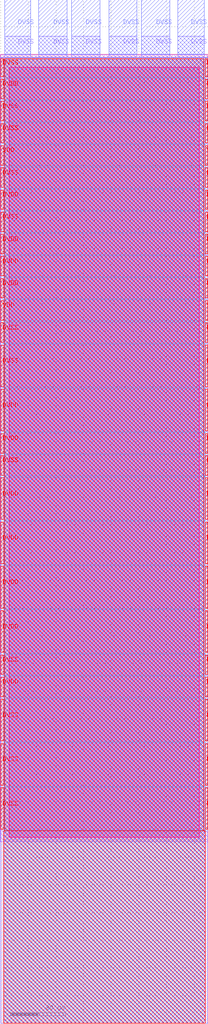
<source format=lef>
VERSION 5.7 ;
  NOWIREEXTENSIONATPIN ON ;
  DIVIDERCHAR "/" ;
  BUSBITCHARS "[]" ;
MACRO gf180mcu_fd_io__dvss_tail
  CLASS PAD POWER ;
  FOREIGN gf180mcu_fd_io__dvss_tail ;
  ORIGIN 0.000 0.000 ;
  SIZE 75.000 BY 350.000 ;
  SYMMETRY X Y R90 ;
  SITE GF_IO_Site ;
  PIN DVDD
    DIRECTION INOUT ;
    USE POWER ;
    PORT
      LAYER Metal5 ;
        RECT 74.000 118.000 75.000 125.000 ;
    END
    PORT
      LAYER Metal5 ;
        RECT 74.000 182.000 75.000 197.000 ;
    END
    PORT
      LAYER Metal5 ;
        RECT 74.000 166.000 75.000 181.000 ;
    END
    PORT
      LAYER Metal5 ;
        RECT 74.000 150.000 75.000 165.000 ;
    END
    PORT
      LAYER Metal5 ;
        RECT 74.000 134.000 75.000 149.000 ;
    END
    PORT
      LAYER Metal5 ;
        RECT 74.000 214.000 75.000 229.000 ;
    END
    PORT
      LAYER Metal5 ;
        RECT 74.000 206.000 75.000 213.000 ;
    END
    PORT
      LAYER Metal5 ;
        RECT 74.000 278.000 75.000 285.000 ;
    END
    PORT
      LAYER Metal5 ;
        RECT 74.000 270.000 75.000 277.000 ;
    END
    PORT
      LAYER Metal5 ;
        RECT 74.000 262.000 75.000 269.000 ;
    END
    PORT
      LAYER Metal5 ;
        RECT 74.000 294.000 75.000 301.000 ;
    END
    PORT
      LAYER Metal5 ;
        RECT 74.000 334.000 75.000 341.000 ;
    END
    PORT
      LAYER Metal4 ;
        RECT 74.000 118.000 75.000 125.000 ;
    END
    PORT
      LAYER Metal4 ;
        RECT 74.000 182.000 75.000 197.000 ;
    END
    PORT
      LAYER Metal4 ;
        RECT 74.000 166.000 75.000 181.000 ;
    END
    PORT
      LAYER Metal4 ;
        RECT 74.000 150.000 75.000 165.000 ;
    END
    PORT
      LAYER Metal4 ;
        RECT 74.000 134.000 75.000 149.000 ;
    END
    PORT
      LAYER Metal4 ;
        RECT 74.000 214.000 75.000 229.000 ;
    END
    PORT
      LAYER Metal4 ;
        RECT 74.000 206.000 75.000 213.000 ;
    END
    PORT
      LAYER Metal4 ;
        RECT 74.000 278.000 75.000 285.000 ;
    END
    PORT
      LAYER Metal4 ;
        RECT 74.000 270.000 75.000 277.000 ;
    END
    PORT
      LAYER Metal4 ;
        RECT 74.000 262.000 75.000 269.000 ;
    END
    PORT
      LAYER Metal4 ;
        RECT 74.000 294.000 75.000 301.000 ;
    END
    PORT
      LAYER Metal4 ;
        RECT 74.000 334.000 75.000 341.000 ;
    END
    PORT
      LAYER Metal3 ;
        RECT 74.000 118.000 75.000 125.000 ;
    END
    PORT
      LAYER Metal3 ;
        RECT 74.000 182.000 75.000 197.000 ;
    END
    PORT
      LAYER Metal3 ;
        RECT 74.000 166.000 75.000 181.000 ;
    END
    PORT
      LAYER Metal3 ;
        RECT 74.000 150.000 75.000 165.000 ;
    END
    PORT
      LAYER Metal3 ;
        RECT 74.000 134.000 75.000 149.000 ;
    END
    PORT
      LAYER Metal3 ;
        RECT 74.000 214.000 75.000 229.000 ;
    END
    PORT
      LAYER Metal3 ;
        RECT 74.000 206.000 75.000 213.000 ;
    END
    PORT
      LAYER Metal3 ;
        RECT 74.000 278.000 75.000 285.000 ;
    END
    PORT
      LAYER Metal3 ;
        RECT 74.000 270.000 75.000 277.000 ;
    END
    PORT
      LAYER Metal3 ;
        RECT 74.000 262.000 75.000 269.000 ;
    END
    PORT
      LAYER Metal3 ;
        RECT 74.000 294.000 75.000 301.000 ;
    END
    PORT
      LAYER Metal3 ;
        RECT 74.000 334.000 75.000 341.000 ;
    END
    PORT
      LAYER Metal3 ;
        RECT 0.000 334.000 1.000 341.000 ;
    END
    PORT
      LAYER Metal3 ;
        RECT 0.000 294.000 1.000 301.000 ;
    END
    PORT
      LAYER Metal3 ;
        RECT 0.000 262.000 1.000 269.000 ;
    END
    PORT
      LAYER Metal3 ;
        RECT 0.000 270.000 1.000 277.000 ;
    END
    PORT
      LAYER Metal3 ;
        RECT 0.000 278.000 1.000 285.000 ;
    END
    PORT
      LAYER Metal3 ;
        RECT 0.000 206.000 1.000 213.000 ;
    END
    PORT
      LAYER Metal3 ;
        RECT 0.000 214.000 1.000 229.000 ;
    END
    PORT
      LAYER Metal3 ;
        RECT 0.000 134.000 1.000 149.000 ;
    END
    PORT
      LAYER Metal3 ;
        RECT 0.000 150.000 1.000 165.000 ;
    END
    PORT
      LAYER Metal3 ;
        RECT 0.000 166.000 1.000 181.000 ;
    END
    PORT
      LAYER Metal3 ;
        RECT 0.000 182.000 1.000 197.000 ;
    END
    PORT
      LAYER Metal4 ;
        RECT 0.000 334.000 1.000 341.000 ;
    END
    PORT
      LAYER Metal4 ;
        RECT 0.000 294.000 1.000 301.000 ;
    END
    PORT
      LAYER Metal4 ;
        RECT 0.000 262.000 1.000 269.000 ;
    END
    PORT
      LAYER Metal4 ;
        RECT 0.000 270.000 1.000 277.000 ;
    END
    PORT
      LAYER Metal4 ;
        RECT 0.000 278.000 1.000 285.000 ;
    END
    PORT
      LAYER Metal4 ;
        RECT 0.000 206.000 1.000 213.000 ;
    END
    PORT
      LAYER Metal4 ;
        RECT 0.000 214.000 1.000 229.000 ;
    END
    PORT
      LAYER Metal4 ;
        RECT 0.000 134.000 1.000 149.000 ;
    END
    PORT
      LAYER Metal4 ;
        RECT 0.000 150.000 1.000 165.000 ;
    END
    PORT
      LAYER Metal4 ;
        RECT 0.000 166.000 1.000 181.000 ;
    END
    PORT
      LAYER Metal4 ;
        RECT 0.000 182.000 1.000 197.000 ;
    END
    PORT
      LAYER Metal5 ;
        RECT 0.000 334.000 1.000 341.000 ;
    END
    PORT
      LAYER Metal5 ;
        RECT 0.000 294.000 1.000 301.000 ;
    END
    PORT
      LAYER Metal5 ;
        RECT 0.000 262.000 1.000 269.000 ;
    END
    PORT
      LAYER Metal5 ;
        RECT 0.000 270.000 1.000 277.000 ;
    END
    PORT
      LAYER Metal5 ;
        RECT 0.000 278.000 1.000 285.000 ;
    END
    PORT
      LAYER Metal5 ;
        RECT 0.000 206.000 1.000 213.000 ;
    END
    PORT
      LAYER Metal5 ;
        RECT 0.000 214.000 1.000 229.000 ;
    END
    PORT
      LAYER Metal5 ;
        RECT 0.000 134.000 1.000 149.000 ;
    END
    PORT
      LAYER Metal5 ;
        RECT 0.000 150.000 1.000 165.000 ;
    END
    PORT
      LAYER Metal5 ;
        RECT 0.000 166.000 1.000 181.000 ;
    END
    PORT
      LAYER Metal5 ;
        RECT 0.000 182.000 1.000 197.000 ;
    END
    PORT
      LAYER Metal5 ;
        RECT 0.000 118.000 1.000 125.000 ;
    END
    PORT
      LAYER Metal4 ;
        RECT 0.000 118.000 1.000 125.000 ;
    END
    PORT
      LAYER Metal3 ;
        RECT 0.000 118.000 1.000 125.000 ;
    END
  END DVDD
  PIN DVSS
    DIRECTION INOUT ;
    USE GROUND ;
    PORT
      LAYER Metal5 ;
        RECT 74.000 102.000 75.000 117.000 ;
    END
    PORT
      LAYER Metal5 ;
        RECT 74.000 86.000 75.000 101.000 ;
    END
    PORT
      LAYER Metal5 ;
        RECT 74.000 70.000 75.000 85.000 ;
    END
    PORT
      LAYER Metal5 ;
        RECT 74.000 126.000 75.000 133.000 ;
    END
    PORT
      LAYER Metal5 ;
        RECT 74.000 198.000 75.000 205.000 ;
    END
    PORT
      LAYER Metal5 ;
        RECT 74.000 230.000 75.000 245.000 ;
    END
    PORT
      LAYER Metal5 ;
        RECT 74.000 246.000 75.000 253.000 ;
    END
    PORT
      LAYER Metal5 ;
        RECT 74.000 286.000 75.000 293.000 ;
    END
    PORT
      LAYER Metal5 ;
        RECT 74.000 302.000 75.000 309.000 ;
    END
    PORT
      LAYER Metal5 ;
        RECT 74.000 318.000 75.000 325.000 ;
    END
    PORT
      LAYER Metal5 ;
        RECT 74.000 326.000 75.000 333.000 ;
    END
    PORT
      LAYER Metal5 ;
        RECT 74.000 342.000 75.000 348.390 ;
    END
    PORT
      LAYER Metal4 ;
        RECT 74.000 102.000 75.000 117.000 ;
    END
    PORT
      LAYER Metal4 ;
        RECT 74.000 86.000 75.000 101.000 ;
    END
    PORT
      LAYER Metal4 ;
        RECT 74.000 70.000 75.000 85.000 ;
    END
    PORT
      LAYER Metal4 ;
        RECT 74.000 126.000 75.000 133.000 ;
    END
    PORT
      LAYER Metal4 ;
        RECT 74.000 198.000 75.000 205.000 ;
    END
    PORT
      LAYER Metal4 ;
        RECT 74.000 230.000 75.000 245.000 ;
    END
    PORT
      LAYER Metal4 ;
        RECT 74.000 246.000 75.000 253.000 ;
    END
    PORT
      LAYER Metal4 ;
        RECT 74.000 286.000 75.000 293.000 ;
    END
    PORT
      LAYER Metal4 ;
        RECT 74.000 302.000 75.000 309.000 ;
    END
    PORT
      LAYER Metal4 ;
        RECT 74.000 318.000 75.000 325.000 ;
    END
    PORT
      LAYER Metal4 ;
        RECT 74.000 326.000 75.000 333.000 ;
    END
    PORT
      LAYER Metal4 ;
        RECT 74.000 342.000 75.000 348.390 ;
    END
    PORT
      LAYER Metal3 ;
        RECT 74.000 102.000 75.000 117.000 ;
    END
    PORT
      LAYER Metal3 ;
        RECT 74.000 86.000 75.000 101.000 ;
    END
    PORT
      LAYER Metal3 ;
        RECT 74.000 70.000 75.000 85.000 ;
    END
    PORT
      LAYER Metal3 ;
        RECT 74.000 126.000 75.000 133.000 ;
    END
    PORT
      LAYER Metal3 ;
        RECT 74.000 198.000 75.000 205.000 ;
    END
    PORT
      LAYER Metal3 ;
        RECT 74.000 230.000 75.000 245.000 ;
    END
    PORT
      LAYER Metal3 ;
        RECT 74.000 246.000 75.000 253.000 ;
    END
    PORT
      LAYER Metal3 ;
        RECT 74.000 286.000 75.000 293.000 ;
    END
    PORT
      LAYER Metal3 ;
        RECT 74.000 302.000 75.000 309.000 ;
    END
    PORT
      LAYER Metal3 ;
        RECT 74.000 318.000 75.000 325.000 ;
    END
    PORT
      LAYER Metal3 ;
        RECT 74.000 326.000 75.000 333.000 ;
    END
    PORT
      LAYER Metal3 ;
        RECT 74.000 342.000 75.000 348.390 ;
    END
    PORT
      LAYER Metal2 ;
        RECT 1.360 349.000 10.860 356.560 ;
    END
    PORT
      LAYER Metal2 ;
        RECT 13.760 349.000 24.010 356.560 ;
    END
    PORT
      LAYER Metal2 ;
        RECT 25.610 349.000 35.860 356.560 ;
    END
    PORT
      LAYER Metal2 ;
        RECT 39.140 349.000 49.390 356.560 ;
    END
    PORT
      LAYER Metal2 ;
        RECT 50.990 349.000 61.240 356.560 ;
    END
    PORT
      LAYER Metal3 ;
        RECT 0.000 342.000 1.000 348.390 ;
    END
    PORT
      LAYER Metal3 ;
        RECT 0.000 326.000 1.000 333.000 ;
    END
    PORT
      LAYER Metal3 ;
        RECT 0.000 318.000 1.000 325.000 ;
    END
    PORT
      LAYER Metal3 ;
        RECT 0.000 302.000 1.000 309.000 ;
    END
    PORT
      LAYER Metal3 ;
        RECT 0.000 286.000 1.000 293.000 ;
    END
    PORT
      LAYER Metal3 ;
        RECT 0.000 246.000 1.000 253.000 ;
    END
    PORT
      LAYER Metal3 ;
        RECT 0.000 230.000 1.000 245.000 ;
    END
    PORT
      LAYER Metal3 ;
        RECT 0.000 198.000 1.000 205.000 ;
    END
    PORT
      LAYER Metal3 ;
        RECT 0.000 126.000 1.000 133.000 ;
    END
    PORT
      LAYER Metal3 ;
        RECT 0.000 70.000 1.000 85.000 ;
    END
    PORT
      LAYER Metal3 ;
        RECT 0.000 86.000 1.000 101.000 ;
    END
    PORT
      LAYER Metal4 ;
        RECT 0.000 342.000 1.000 348.390 ;
    END
    PORT
      LAYER Metal4 ;
        RECT 0.000 326.000 1.000 333.000 ;
    END
    PORT
      LAYER Metal4 ;
        RECT 0.000 318.000 1.000 325.000 ;
    END
    PORT
      LAYER Metal4 ;
        RECT 0.000 302.000 1.000 309.000 ;
    END
    PORT
      LAYER Metal4 ;
        RECT 0.000 286.000 1.000 293.000 ;
    END
    PORT
      LAYER Metal4 ;
        RECT 0.000 246.000 1.000 253.000 ;
    END
    PORT
      LAYER Metal4 ;
        RECT 0.000 230.000 1.000 245.000 ;
    END
    PORT
      LAYER Metal4 ;
        RECT 0.000 198.000 1.000 205.000 ;
    END
    PORT
      LAYER Metal4 ;
        RECT 0.000 126.000 1.000 133.000 ;
    END
    PORT
      LAYER Metal4 ;
        RECT 0.000 70.000 1.000 85.000 ;
    END
    PORT
      LAYER Metal4 ;
        RECT 0.000 86.000 1.000 101.000 ;
    END
    PORT
      LAYER Metal5 ;
        RECT 0.000 342.000 1.000 348.390 ;
    END
    PORT
      LAYER Metal5 ;
        RECT 0.000 326.000 1.000 333.000 ;
    END
    PORT
      LAYER Metal5 ;
        RECT 0.000 318.000 1.000 325.000 ;
    END
    PORT
      LAYER Metal5 ;
        RECT 0.000 302.000 1.000 309.000 ;
    END
    PORT
      LAYER Metal5 ;
        RECT 0.000 286.000 1.000 293.000 ;
    END
    PORT
      LAYER Metal5 ;
        RECT 0.000 246.000 1.000 253.000 ;
    END
    PORT
      LAYER Metal5 ;
        RECT 0.000 230.000 1.000 245.000 ;
    END
    PORT
      LAYER Metal5 ;
        RECT 0.000 198.000 1.000 205.000 ;
    END
    PORT
      LAYER Metal5 ;
        RECT 0.000 126.000 1.000 133.000 ;
    END
    PORT
      LAYER Metal5 ;
        RECT 0.000 70.000 1.000 85.000 ;
    END
    PORT
      LAYER Metal5 ;
        RECT 0.000 86.000 1.000 101.000 ;
    END
    PORT
      LAYER Metal5 ;
        RECT 0.000 102.000 1.000 117.000 ;
    END
    PORT
      LAYER Metal4 ;
        RECT 0.000 102.000 1.000 117.000 ;
    END
    PORT
      LAYER Metal3 ;
        RECT 0.000 102.000 1.000 117.000 ;
    END
    PORT
      LAYER Metal2 ;
        RECT 64.140 349.000 73.640 356.560 ;
    END
    PORT
      LAYER Metal3 ;
        RECT 25.610 350.000 35.860 369.680 ;
    END
    PORT
      LAYER Metal3 ;
        RECT 39.140 350.000 49.390 369.680 ;
    END
    PORT
      LAYER Metal3 ;
        RECT 50.990 350.000 61.240 369.680 ;
    END
    PORT
      LAYER Metal3 ;
        RECT 64.140 350.000 73.640 369.680 ;
    END
    PORT
      LAYER Metal3 ;
        RECT 1.360 350.000 10.860 369.680 ;
    END
    PORT
      LAYER Metal3 ;
        RECT 13.760 350.000 24.010 369.680 ;
    END
  END DVSS
  PIN VDD
    DIRECTION INOUT ;
    USE POWER ;
    PORT
      LAYER Metal5 ;
        RECT 74.000 254.000 75.000 261.000 ;
    END
    PORT
      LAYER Metal5 ;
        RECT 74.000 310.000 75.000 317.000 ;
    END
    PORT
      LAYER Metal4 ;
        RECT 74.000 254.000 75.000 261.000 ;
    END
    PORT
      LAYER Metal4 ;
        RECT 74.000 310.000 75.000 317.000 ;
    END
    PORT
      LAYER Metal3 ;
        RECT 74.000 254.000 75.000 261.000 ;
    END
    PORT
      LAYER Metal3 ;
        RECT 74.000 310.000 75.000 317.000 ;
    END
    PORT
      LAYER Metal3 ;
        RECT 0.000 310.000 1.000 317.000 ;
    END
    PORT
      LAYER Metal4 ;
        RECT 0.000 310.000 1.000 317.000 ;
    END
    PORT
      LAYER Metal5 ;
        RECT 0.000 310.000 1.000 317.000 ;
    END
    PORT
      LAYER Metal5 ;
        RECT 0.000 254.000 1.000 261.000 ;
    END
    PORT
      LAYER Metal4 ;
        RECT 0.000 254.000 1.000 261.000 ;
    END
    PORT
      LAYER Metal3 ;
        RECT 0.000 254.000 1.000 261.000 ;
    END
  END VDD
  OBS
      LAYER Nwell ;
        RECT 3.060 67.195 71.940 345.275 ;
      LAYER Metal1 ;
        RECT -0.160 65.540 75.160 349.785 ;
      LAYER Metal2 ;
        RECT 0.000 348.700 1.060 349.000 ;
        RECT 11.160 348.700 13.460 349.000 ;
        RECT 24.310 348.700 25.310 349.000 ;
        RECT 36.160 348.700 38.840 349.000 ;
        RECT 49.690 348.700 50.690 349.000 ;
        RECT 61.540 348.700 63.840 349.000 ;
        RECT 73.940 348.700 75.000 349.000 ;
        RECT 0.000 0.000 75.000 348.700 ;
      LAYER Metal3 ;
        RECT 1.300 341.700 73.700 348.390 ;
        RECT 1.000 341.300 74.000 341.700 ;
        RECT 1.300 333.700 73.700 341.300 ;
        RECT 1.000 333.300 74.000 333.700 ;
        RECT 1.300 325.700 73.700 333.300 ;
        RECT 1.000 325.300 74.000 325.700 ;
        RECT 1.300 317.700 73.700 325.300 ;
        RECT 1.000 317.300 74.000 317.700 ;
        RECT 1.300 309.700 73.700 317.300 ;
        RECT 1.000 309.300 74.000 309.700 ;
        RECT 1.300 301.700 73.700 309.300 ;
        RECT 1.000 301.300 74.000 301.700 ;
        RECT 1.300 293.700 73.700 301.300 ;
        RECT 1.000 293.300 74.000 293.700 ;
        RECT 1.300 285.700 73.700 293.300 ;
        RECT 1.000 285.300 74.000 285.700 ;
        RECT 1.300 277.700 73.700 285.300 ;
        RECT 1.000 277.300 74.000 277.700 ;
        RECT 1.300 269.700 73.700 277.300 ;
        RECT 1.000 269.300 74.000 269.700 ;
        RECT 1.300 261.700 73.700 269.300 ;
        RECT 1.000 261.300 74.000 261.700 ;
        RECT 1.300 253.700 73.700 261.300 ;
        RECT 1.000 253.300 74.000 253.700 ;
        RECT 1.300 245.700 73.700 253.300 ;
        RECT 1.000 245.300 74.000 245.700 ;
        RECT 1.300 229.700 73.700 245.300 ;
        RECT 1.000 229.300 74.000 229.700 ;
        RECT 1.300 213.700 73.700 229.300 ;
        RECT 1.000 213.300 74.000 213.700 ;
        RECT 1.300 205.700 73.700 213.300 ;
        RECT 1.000 205.300 74.000 205.700 ;
        RECT 1.300 197.700 73.700 205.300 ;
        RECT 1.000 197.300 74.000 197.700 ;
        RECT 1.300 181.700 73.700 197.300 ;
        RECT 1.000 181.300 74.000 181.700 ;
        RECT 1.300 165.700 73.700 181.300 ;
        RECT 1.000 165.300 74.000 165.700 ;
        RECT 1.300 149.700 73.700 165.300 ;
        RECT 1.000 149.300 74.000 149.700 ;
        RECT 1.300 133.700 73.700 149.300 ;
        RECT 1.000 133.300 74.000 133.700 ;
        RECT 1.300 125.700 73.700 133.300 ;
        RECT 1.000 125.300 74.000 125.700 ;
        RECT 1.300 117.700 73.700 125.300 ;
        RECT 1.000 117.300 74.000 117.700 ;
        RECT 1.300 101.700 73.700 117.300 ;
        RECT 1.000 101.300 74.000 101.700 ;
        RECT 1.300 85.700 73.700 101.300 ;
        RECT 1.000 85.300 74.000 85.700 ;
        RECT 1.300 69.700 73.700 85.300 ;
        RECT 1.000 0.000 74.000 69.700 ;
      LAYER Metal4 ;
        RECT 1.300 341.700 73.700 348.390 ;
        RECT 1.000 341.300 74.000 341.700 ;
        RECT 1.300 333.700 73.700 341.300 ;
        RECT 1.000 333.300 74.000 333.700 ;
        RECT 1.300 325.700 73.700 333.300 ;
        RECT 1.000 325.300 74.000 325.700 ;
        RECT 1.300 317.700 73.700 325.300 ;
        RECT 1.000 317.300 74.000 317.700 ;
        RECT 1.300 309.700 73.700 317.300 ;
        RECT 1.000 309.300 74.000 309.700 ;
        RECT 1.300 301.700 73.700 309.300 ;
        RECT 1.000 301.300 74.000 301.700 ;
        RECT 1.300 293.700 73.700 301.300 ;
        RECT 1.000 293.300 74.000 293.700 ;
        RECT 1.300 285.700 73.700 293.300 ;
        RECT 1.000 285.300 74.000 285.700 ;
        RECT 1.300 277.700 73.700 285.300 ;
        RECT 1.000 277.300 74.000 277.700 ;
        RECT 1.300 269.700 73.700 277.300 ;
        RECT 1.000 269.300 74.000 269.700 ;
        RECT 1.300 261.700 73.700 269.300 ;
        RECT 1.000 261.300 74.000 261.700 ;
        RECT 1.300 253.700 73.700 261.300 ;
        RECT 1.000 253.300 74.000 253.700 ;
        RECT 1.300 245.700 73.700 253.300 ;
        RECT 1.000 245.300 74.000 245.700 ;
        RECT 1.300 229.700 73.700 245.300 ;
        RECT 1.000 229.300 74.000 229.700 ;
        RECT 1.300 213.700 73.700 229.300 ;
        RECT 1.000 213.300 74.000 213.700 ;
        RECT 1.300 205.700 73.700 213.300 ;
        RECT 1.000 205.300 74.000 205.700 ;
        RECT 1.300 197.700 73.700 205.300 ;
        RECT 1.000 197.300 74.000 197.700 ;
        RECT 1.300 181.700 73.700 197.300 ;
        RECT 1.000 181.300 74.000 181.700 ;
        RECT 1.300 165.700 73.700 181.300 ;
        RECT 1.000 165.300 74.000 165.700 ;
        RECT 1.300 149.700 73.700 165.300 ;
        RECT 1.000 149.300 74.000 149.700 ;
        RECT 1.300 133.700 73.700 149.300 ;
        RECT 1.000 133.300 74.000 133.700 ;
        RECT 1.300 125.700 73.700 133.300 ;
        RECT 1.000 125.300 74.000 125.700 ;
        RECT 1.300 117.700 73.700 125.300 ;
        RECT 1.000 117.300 74.000 117.700 ;
        RECT 1.300 101.700 73.700 117.300 ;
        RECT 1.000 101.300 74.000 101.700 ;
        RECT 1.300 85.700 73.700 101.300 ;
        RECT 1.000 85.300 74.000 85.700 ;
        RECT 1.300 69.700 73.700 85.300 ;
        RECT 1.000 0.000 74.000 69.700 ;
      LAYER Metal5 ;
        RECT 1.500 69.500 73.500 348.390 ;
        RECT 1.000 0.000 74.000 69.500 ;
  END
END gf180mcu_fd_io__dvss_tail
END LIBRARY


</source>
